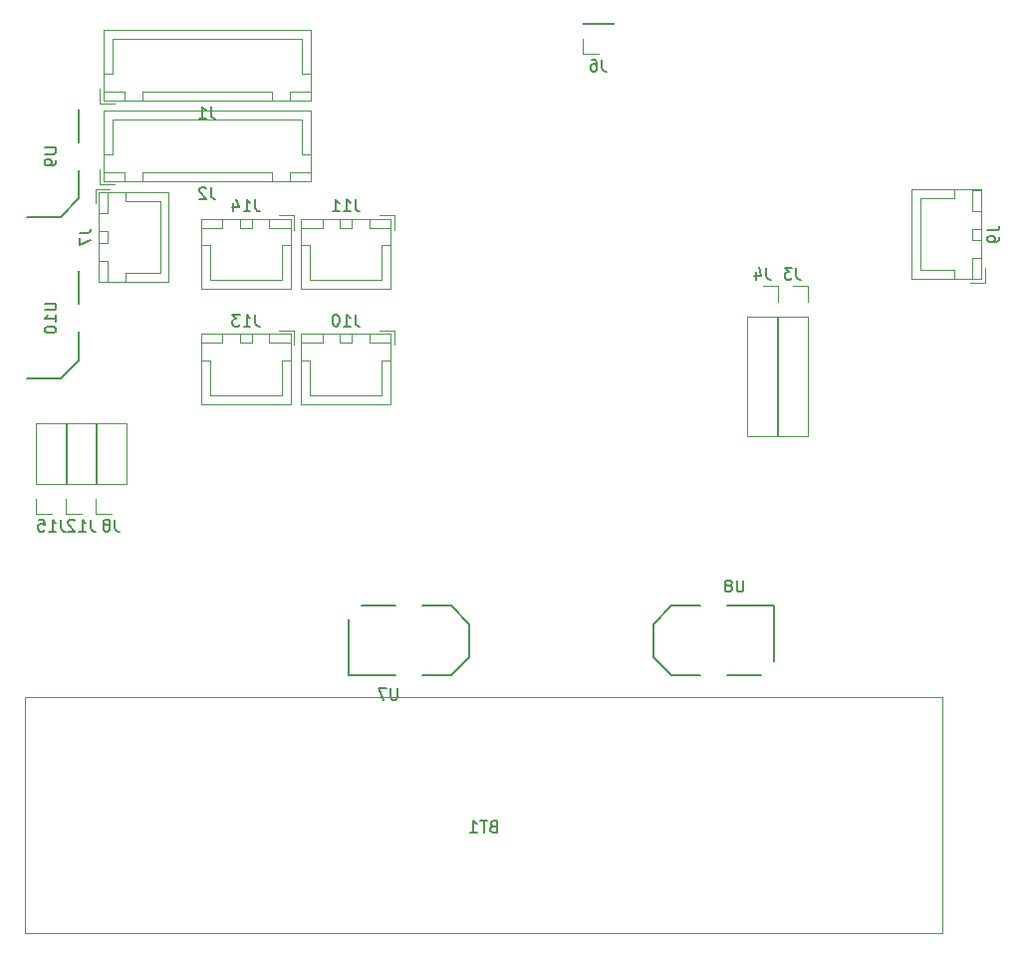
<source format=gbr>
%TF.GenerationSoftware,KiCad,Pcbnew,(5.1.9)-1*%
%TF.CreationDate,2021-03-19T23:07:52+01:00*%
%TF.ProjectId,Sergej_H00,53657267-656a-45f4-9830-302e6b696361,rev?*%
%TF.SameCoordinates,Original*%
%TF.FileFunction,Legend,Bot*%
%TF.FilePolarity,Positive*%
%FSLAX46Y46*%
G04 Gerber Fmt 4.6, Leading zero omitted, Abs format (unit mm)*
G04 Created by KiCad (PCBNEW (5.1.9)-1) date 2021-03-19 23:07:52*
%MOMM*%
%LPD*%
G01*
G04 APERTURE LIST*
%ADD10C,0.120000*%
%ADD11C,0.127000*%
%ADD12C,0.150000*%
G04 APERTURE END LIST*
D10*
%TO.C,J6*%
X47692000Y-24825000D02*
X49022000Y-24825000D01*
X47692000Y-23495000D02*
X47692000Y-24825000D01*
X47692000Y-22225000D02*
X50352000Y-22225000D01*
X50352000Y-22225000D02*
X50352000Y-22165000D01*
X47692000Y-22225000D02*
X47692000Y-22165000D01*
X47692000Y-22165000D02*
X50352000Y-22165000D01*
%TO.C,BT1*%
X78311000Y-79485000D02*
X311000Y-79485000D01*
X311000Y-79485000D02*
X311000Y-99585000D01*
X311000Y-99585000D02*
X78311000Y-99585000D01*
X78311000Y-99585000D02*
X78311000Y-79485000D01*
D11*
%TO.C,U8*%
X63998000Y-76476000D02*
X63998000Y-71726000D01*
X63998000Y-71726000D02*
X60018000Y-71726000D01*
X62848000Y-77626000D02*
X60018000Y-77626000D01*
X57678000Y-77626000D02*
X55248000Y-77626000D01*
X55248000Y-71726000D02*
X57678000Y-71726000D01*
X53698000Y-76076000D02*
X53698000Y-73276000D01*
X55248000Y-77626000D02*
X53698000Y-76076000D01*
X55248000Y-71726000D02*
X53698000Y-73276000D01*
%TO.C,U7*%
X27790000Y-72876000D02*
X27790000Y-77626000D01*
X27790000Y-77626000D02*
X31770000Y-77626000D01*
X28940000Y-71726000D02*
X31770000Y-71726000D01*
X34110000Y-71726000D02*
X36540000Y-71726000D01*
X36540000Y-77626000D02*
X34110000Y-77626000D01*
X38090000Y-73276000D02*
X38090000Y-76076000D01*
X36540000Y-71726000D02*
X38090000Y-73276000D01*
X36540000Y-77626000D02*
X38090000Y-76076000D01*
%TO.C,U10*%
X4850000Y-43250000D02*
X4850000Y-46080000D01*
X4850000Y-48420000D02*
X4850000Y-50850000D01*
X3300000Y-52400000D02*
X500000Y-52400000D01*
X4850000Y-50850000D02*
X3300000Y-52400000D01*
%TO.C,U9*%
X4850000Y-29500000D02*
X4850000Y-32330000D01*
X4850000Y-34670000D02*
X4850000Y-37100000D01*
X3300000Y-38650000D02*
X500000Y-38650000D01*
X4850000Y-37100000D02*
X3300000Y-38650000D01*
D10*
%TO.C,J8*%
X6290000Y-56201000D02*
X8950000Y-56201000D01*
X6290000Y-61341000D02*
X6290000Y-56201000D01*
X8950000Y-61341000D02*
X8950000Y-56201000D01*
X6290000Y-61341000D02*
X8950000Y-61341000D01*
X6290000Y-62611000D02*
X6290000Y-63941000D01*
X6290000Y-63941000D02*
X7620000Y-63941000D01*
%TO.C,J1*%
X6965000Y-28749000D02*
X6965000Y-22779000D01*
X6965000Y-22779000D02*
X24585000Y-22779000D01*
X24585000Y-22779000D02*
X24585000Y-28749000D01*
X24585000Y-28749000D02*
X6965000Y-28749000D01*
X10275000Y-28739000D02*
X10275000Y-27989000D01*
X10275000Y-27989000D02*
X21275000Y-27989000D01*
X21275000Y-27989000D02*
X21275000Y-28739000D01*
X21275000Y-28739000D02*
X10275000Y-28739000D01*
X6975000Y-28739000D02*
X6975000Y-27989000D01*
X6975000Y-27989000D02*
X8775000Y-27989000D01*
X8775000Y-27989000D02*
X8775000Y-28739000D01*
X8775000Y-28739000D02*
X6975000Y-28739000D01*
X22775000Y-28739000D02*
X22775000Y-27989000D01*
X22775000Y-27989000D02*
X24575000Y-27989000D01*
X24575000Y-27989000D02*
X24575000Y-28739000D01*
X24575000Y-28739000D02*
X22775000Y-28739000D01*
X6975000Y-26489000D02*
X7725000Y-26489000D01*
X7725000Y-26489000D02*
X7725000Y-23539000D01*
X7725000Y-23539000D02*
X15775000Y-23539000D01*
X24575000Y-26489000D02*
X23825000Y-26489000D01*
X23825000Y-26489000D02*
X23825000Y-23539000D01*
X23825000Y-23539000D02*
X15775000Y-23539000D01*
X7925000Y-29039000D02*
X6675000Y-29039000D01*
X6675000Y-29039000D02*
X6675000Y-27789000D01*
%TO.C,J4*%
X64322000Y-57337000D02*
X61662000Y-57337000D01*
X64322000Y-47117000D02*
X64322000Y-57337000D01*
X61662000Y-47117000D02*
X61662000Y-57337000D01*
X64322000Y-47117000D02*
X61662000Y-47117000D01*
X64322000Y-45847000D02*
X64322000Y-44517000D01*
X64322000Y-44517000D02*
X62992000Y-44517000D01*
%TO.C,J3*%
X66862000Y-57337000D02*
X64202000Y-57337000D01*
X66862000Y-47117000D02*
X66862000Y-57337000D01*
X64202000Y-47117000D02*
X64202000Y-57337000D01*
X66862000Y-47117000D02*
X64202000Y-47117000D01*
X66862000Y-45847000D02*
X66862000Y-44517000D01*
X66862000Y-44517000D02*
X65532000Y-44517000D01*
%TO.C,J10*%
X31389000Y-48594000D02*
X31389000Y-54564000D01*
X31389000Y-54564000D02*
X23769000Y-54564000D01*
X23769000Y-54564000D02*
X23769000Y-48594000D01*
X23769000Y-48594000D02*
X31389000Y-48594000D01*
X28079000Y-48604000D02*
X28079000Y-49354000D01*
X28079000Y-49354000D02*
X27079000Y-49354000D01*
X27079000Y-49354000D02*
X27079000Y-48604000D01*
X27079000Y-48604000D02*
X28079000Y-48604000D01*
X31379000Y-48604000D02*
X31379000Y-49354000D01*
X31379000Y-49354000D02*
X29579000Y-49354000D01*
X29579000Y-49354000D02*
X29579000Y-48604000D01*
X29579000Y-48604000D02*
X31379000Y-48604000D01*
X25579000Y-48604000D02*
X25579000Y-49354000D01*
X25579000Y-49354000D02*
X23779000Y-49354000D01*
X23779000Y-49354000D02*
X23779000Y-48604000D01*
X23779000Y-48604000D02*
X25579000Y-48604000D01*
X31379000Y-50854000D02*
X30629000Y-50854000D01*
X30629000Y-50854000D02*
X30629000Y-53804000D01*
X30629000Y-53804000D02*
X27579000Y-53804000D01*
X23779000Y-50854000D02*
X24529000Y-50854000D01*
X24529000Y-50854000D02*
X24529000Y-53804000D01*
X24529000Y-53804000D02*
X27579000Y-53804000D01*
X30429000Y-48304000D02*
X31679000Y-48304000D01*
X31679000Y-48304000D02*
X31679000Y-49554000D01*
%TO.C,J13*%
X22880000Y-48594000D02*
X22880000Y-54564000D01*
X22880000Y-54564000D02*
X15260000Y-54564000D01*
X15260000Y-54564000D02*
X15260000Y-48594000D01*
X15260000Y-48594000D02*
X22880000Y-48594000D01*
X19570000Y-48604000D02*
X19570000Y-49354000D01*
X19570000Y-49354000D02*
X18570000Y-49354000D01*
X18570000Y-49354000D02*
X18570000Y-48604000D01*
X18570000Y-48604000D02*
X19570000Y-48604000D01*
X22870000Y-48604000D02*
X22870000Y-49354000D01*
X22870000Y-49354000D02*
X21070000Y-49354000D01*
X21070000Y-49354000D02*
X21070000Y-48604000D01*
X21070000Y-48604000D02*
X22870000Y-48604000D01*
X17070000Y-48604000D02*
X17070000Y-49354000D01*
X17070000Y-49354000D02*
X15270000Y-49354000D01*
X15270000Y-49354000D02*
X15270000Y-48604000D01*
X15270000Y-48604000D02*
X17070000Y-48604000D01*
X22870000Y-50854000D02*
X22120000Y-50854000D01*
X22120000Y-50854000D02*
X22120000Y-53804000D01*
X22120000Y-53804000D02*
X19070000Y-53804000D01*
X15270000Y-50854000D02*
X16020000Y-50854000D01*
X16020000Y-50854000D02*
X16020000Y-53804000D01*
X16020000Y-53804000D02*
X19070000Y-53804000D01*
X21920000Y-48304000D02*
X23170000Y-48304000D01*
X23170000Y-48304000D02*
X23170000Y-49554000D01*
%TO.C,J14*%
X22880000Y-38815000D02*
X22880000Y-44785000D01*
X22880000Y-44785000D02*
X15260000Y-44785000D01*
X15260000Y-44785000D02*
X15260000Y-38815000D01*
X15260000Y-38815000D02*
X22880000Y-38815000D01*
X19570000Y-38825000D02*
X19570000Y-39575000D01*
X19570000Y-39575000D02*
X18570000Y-39575000D01*
X18570000Y-39575000D02*
X18570000Y-38825000D01*
X18570000Y-38825000D02*
X19570000Y-38825000D01*
X22870000Y-38825000D02*
X22870000Y-39575000D01*
X22870000Y-39575000D02*
X21070000Y-39575000D01*
X21070000Y-39575000D02*
X21070000Y-38825000D01*
X21070000Y-38825000D02*
X22870000Y-38825000D01*
X17070000Y-38825000D02*
X17070000Y-39575000D01*
X17070000Y-39575000D02*
X15270000Y-39575000D01*
X15270000Y-39575000D02*
X15270000Y-38825000D01*
X15270000Y-38825000D02*
X17070000Y-38825000D01*
X22870000Y-41075000D02*
X22120000Y-41075000D01*
X22120000Y-41075000D02*
X22120000Y-44025000D01*
X22120000Y-44025000D02*
X19070000Y-44025000D01*
X15270000Y-41075000D02*
X16020000Y-41075000D01*
X16020000Y-41075000D02*
X16020000Y-44025000D01*
X16020000Y-44025000D02*
X19070000Y-44025000D01*
X21920000Y-38525000D02*
X23170000Y-38525000D01*
X23170000Y-38525000D02*
X23170000Y-39775000D01*
%TO.C,J15*%
X1210000Y-56201000D02*
X3870000Y-56201000D01*
X1210000Y-61341000D02*
X1210000Y-56201000D01*
X3870000Y-61341000D02*
X3870000Y-56201000D01*
X1210000Y-61341000D02*
X3870000Y-61341000D01*
X1210000Y-62611000D02*
X1210000Y-63941000D01*
X1210000Y-63941000D02*
X2540000Y-63941000D01*
%TO.C,J11*%
X31389000Y-38815000D02*
X31389000Y-44785000D01*
X31389000Y-44785000D02*
X23769000Y-44785000D01*
X23769000Y-44785000D02*
X23769000Y-38815000D01*
X23769000Y-38815000D02*
X31389000Y-38815000D01*
X28079000Y-38825000D02*
X28079000Y-39575000D01*
X28079000Y-39575000D02*
X27079000Y-39575000D01*
X27079000Y-39575000D02*
X27079000Y-38825000D01*
X27079000Y-38825000D02*
X28079000Y-38825000D01*
X31379000Y-38825000D02*
X31379000Y-39575000D01*
X31379000Y-39575000D02*
X29579000Y-39575000D01*
X29579000Y-39575000D02*
X29579000Y-38825000D01*
X29579000Y-38825000D02*
X31379000Y-38825000D01*
X25579000Y-38825000D02*
X25579000Y-39575000D01*
X25579000Y-39575000D02*
X23779000Y-39575000D01*
X23779000Y-39575000D02*
X23779000Y-38825000D01*
X23779000Y-38825000D02*
X25579000Y-38825000D01*
X31379000Y-41075000D02*
X30629000Y-41075000D01*
X30629000Y-41075000D02*
X30629000Y-44025000D01*
X30629000Y-44025000D02*
X27579000Y-44025000D01*
X23779000Y-41075000D02*
X24529000Y-41075000D01*
X24529000Y-41075000D02*
X24529000Y-44025000D01*
X24529000Y-44025000D02*
X27579000Y-44025000D01*
X30429000Y-38525000D02*
X31679000Y-38525000D01*
X31679000Y-38525000D02*
X31679000Y-39775000D01*
%TO.C,J9*%
X81581000Y-43962000D02*
X75611000Y-43962000D01*
X75611000Y-43962000D02*
X75611000Y-36342000D01*
X75611000Y-36342000D02*
X81581000Y-36342000D01*
X81581000Y-36342000D02*
X81581000Y-43962000D01*
X81571000Y-40652000D02*
X80821000Y-40652000D01*
X80821000Y-40652000D02*
X80821000Y-39652000D01*
X80821000Y-39652000D02*
X81571000Y-39652000D01*
X81571000Y-39652000D02*
X81571000Y-40652000D01*
X81571000Y-43952000D02*
X80821000Y-43952000D01*
X80821000Y-43952000D02*
X80821000Y-42152000D01*
X80821000Y-42152000D02*
X81571000Y-42152000D01*
X81571000Y-42152000D02*
X81571000Y-43952000D01*
X81571000Y-38152000D02*
X80821000Y-38152000D01*
X80821000Y-38152000D02*
X80821000Y-36352000D01*
X80821000Y-36352000D02*
X81571000Y-36352000D01*
X81571000Y-36352000D02*
X81571000Y-38152000D01*
X79321000Y-43952000D02*
X79321000Y-43202000D01*
X79321000Y-43202000D02*
X76371000Y-43202000D01*
X76371000Y-43202000D02*
X76371000Y-40152000D01*
X79321000Y-36352000D02*
X79321000Y-37102000D01*
X79321000Y-37102000D02*
X76371000Y-37102000D01*
X76371000Y-37102000D02*
X76371000Y-40152000D01*
X81871000Y-43002000D02*
X81871000Y-44252000D01*
X81871000Y-44252000D02*
X80621000Y-44252000D01*
%TO.C,J12*%
X3750000Y-56201000D02*
X6410000Y-56201000D01*
X3750000Y-61341000D02*
X3750000Y-56201000D01*
X6410000Y-61341000D02*
X6410000Y-56201000D01*
X3750000Y-61341000D02*
X6410000Y-61341000D01*
X3750000Y-62611000D02*
X3750000Y-63941000D01*
X3750000Y-63941000D02*
X5080000Y-63941000D01*
%TO.C,J2*%
X6974500Y-35607000D02*
X6974500Y-29637000D01*
X6974500Y-29637000D02*
X24594500Y-29637000D01*
X24594500Y-29637000D02*
X24594500Y-35607000D01*
X24594500Y-35607000D02*
X6974500Y-35607000D01*
X10284500Y-35597000D02*
X10284500Y-34847000D01*
X10284500Y-34847000D02*
X21284500Y-34847000D01*
X21284500Y-34847000D02*
X21284500Y-35597000D01*
X21284500Y-35597000D02*
X10284500Y-35597000D01*
X6984500Y-35597000D02*
X6984500Y-34847000D01*
X6984500Y-34847000D02*
X8784500Y-34847000D01*
X8784500Y-34847000D02*
X8784500Y-35597000D01*
X8784500Y-35597000D02*
X6984500Y-35597000D01*
X22784500Y-35597000D02*
X22784500Y-34847000D01*
X22784500Y-34847000D02*
X24584500Y-34847000D01*
X24584500Y-34847000D02*
X24584500Y-35597000D01*
X24584500Y-35597000D02*
X22784500Y-35597000D01*
X6984500Y-33347000D02*
X7734500Y-33347000D01*
X7734500Y-33347000D02*
X7734500Y-30397000D01*
X7734500Y-30397000D02*
X15784500Y-30397000D01*
X24584500Y-33347000D02*
X23834500Y-33347000D01*
X23834500Y-33347000D02*
X23834500Y-30397000D01*
X23834500Y-30397000D02*
X15784500Y-30397000D01*
X7934500Y-35897000D02*
X6684500Y-35897000D01*
X6684500Y-35897000D02*
X6684500Y-34647000D01*
%TO.C,J7*%
X6557000Y-36556000D02*
X12527000Y-36556000D01*
X12527000Y-36556000D02*
X12527000Y-44176000D01*
X12527000Y-44176000D02*
X6557000Y-44176000D01*
X6557000Y-44176000D02*
X6557000Y-36556000D01*
X6567000Y-39866000D02*
X7317000Y-39866000D01*
X7317000Y-39866000D02*
X7317000Y-40866000D01*
X7317000Y-40866000D02*
X6567000Y-40866000D01*
X6567000Y-40866000D02*
X6567000Y-39866000D01*
X6567000Y-36566000D02*
X7317000Y-36566000D01*
X7317000Y-36566000D02*
X7317000Y-38366000D01*
X7317000Y-38366000D02*
X6567000Y-38366000D01*
X6567000Y-38366000D02*
X6567000Y-36566000D01*
X6567000Y-42366000D02*
X7317000Y-42366000D01*
X7317000Y-42366000D02*
X7317000Y-44166000D01*
X7317000Y-44166000D02*
X6567000Y-44166000D01*
X6567000Y-44166000D02*
X6567000Y-42366000D01*
X8817000Y-36566000D02*
X8817000Y-37316000D01*
X8817000Y-37316000D02*
X11767000Y-37316000D01*
X11767000Y-37316000D02*
X11767000Y-40366000D01*
X8817000Y-44166000D02*
X8817000Y-43416000D01*
X8817000Y-43416000D02*
X11767000Y-43416000D01*
X11767000Y-43416000D02*
X11767000Y-40366000D01*
X6267000Y-37516000D02*
X6267000Y-36266000D01*
X6267000Y-36266000D02*
X7517000Y-36266000D01*
%TO.C,J6*%
D12*
X49355333Y-25277380D02*
X49355333Y-25991666D01*
X49402952Y-26134523D01*
X49498190Y-26229761D01*
X49641047Y-26277380D01*
X49736285Y-26277380D01*
X48450571Y-25277380D02*
X48641047Y-25277380D01*
X48736285Y-25325000D01*
X48783904Y-25372619D01*
X48879142Y-25515476D01*
X48926761Y-25705952D01*
X48926761Y-26086904D01*
X48879142Y-26182142D01*
X48831523Y-26229761D01*
X48736285Y-26277380D01*
X48545809Y-26277380D01*
X48450571Y-26229761D01*
X48402952Y-26182142D01*
X48355333Y-26086904D01*
X48355333Y-25848809D01*
X48402952Y-25753571D01*
X48450571Y-25705952D01*
X48545809Y-25658333D01*
X48736285Y-25658333D01*
X48831523Y-25705952D01*
X48879142Y-25753571D01*
X48926761Y-25848809D01*
%TO.C,BT1*%
X40096714Y-90463571D02*
X39953857Y-90511190D01*
X39906238Y-90558809D01*
X39858619Y-90654047D01*
X39858619Y-90796904D01*
X39906238Y-90892142D01*
X39953857Y-90939761D01*
X40049095Y-90987380D01*
X40430047Y-90987380D01*
X40430047Y-89987380D01*
X40096714Y-89987380D01*
X40001476Y-90035000D01*
X39953857Y-90082619D01*
X39906238Y-90177857D01*
X39906238Y-90273095D01*
X39953857Y-90368333D01*
X40001476Y-90415952D01*
X40096714Y-90463571D01*
X40430047Y-90463571D01*
X39572904Y-89987380D02*
X39001476Y-89987380D01*
X39287190Y-90987380D02*
X39287190Y-89987380D01*
X38144333Y-90987380D02*
X38715761Y-90987380D01*
X38430047Y-90987380D02*
X38430047Y-89987380D01*
X38525285Y-90130238D01*
X38620523Y-90225476D01*
X38715761Y-90273095D01*
%TO.C,U8*%
D11*
X61373454Y-69553620D02*
X61373454Y-70363144D01*
X61325835Y-70458382D01*
X61278216Y-70506001D01*
X61182978Y-70553620D01*
X60992502Y-70553620D01*
X60897264Y-70506001D01*
X60849645Y-70458382D01*
X60802026Y-70363144D01*
X60802026Y-69553620D01*
X60182978Y-69982192D02*
X60278216Y-69934573D01*
X60325835Y-69886954D01*
X60373454Y-69791716D01*
X60373454Y-69744097D01*
X60325835Y-69648859D01*
X60278216Y-69601240D01*
X60182978Y-69553620D01*
X59992502Y-69553620D01*
X59897264Y-69601240D01*
X59849645Y-69648859D01*
X59802026Y-69744097D01*
X59802026Y-69791716D01*
X59849645Y-69886954D01*
X59897264Y-69934573D01*
X59992502Y-69982192D01*
X60182978Y-69982192D01*
X60278216Y-70029811D01*
X60325835Y-70077430D01*
X60373454Y-70172668D01*
X60373454Y-70363144D01*
X60325835Y-70458382D01*
X60278216Y-70506001D01*
X60182978Y-70553620D01*
X59992502Y-70553620D01*
X59897264Y-70506001D01*
X59849645Y-70458382D01*
X59802026Y-70363144D01*
X59802026Y-70172668D01*
X59849645Y-70077430D01*
X59897264Y-70029811D01*
X59992502Y-69982192D01*
%TO.C,U7*%
X31938354Y-78703140D02*
X31938354Y-79512664D01*
X31890735Y-79607902D01*
X31843116Y-79655521D01*
X31747878Y-79703140D01*
X31557402Y-79703140D01*
X31462164Y-79655521D01*
X31414545Y-79607902D01*
X31366926Y-79512664D01*
X31366926Y-78703140D01*
X30985973Y-78703140D02*
X30319307Y-78703140D01*
X30747878Y-79703140D01*
%TO.C,U10*%
X1952380Y-46011904D02*
X2761904Y-46011904D01*
X2857142Y-46059523D01*
X2904761Y-46107142D01*
X2952380Y-46202380D01*
X2952380Y-46392857D01*
X2904761Y-46488095D01*
X2857142Y-46535714D01*
X2761904Y-46583333D01*
X1952380Y-46583333D01*
X2952380Y-47583333D02*
X2952380Y-47011904D01*
X2952380Y-47297619D02*
X1952380Y-47297619D01*
X2095238Y-47202380D01*
X2190476Y-47107142D01*
X2238095Y-47011904D01*
X1952380Y-48202380D02*
X1952380Y-48297619D01*
X2000000Y-48392857D01*
X2047619Y-48440476D01*
X2142857Y-48488095D01*
X2333333Y-48535714D01*
X2571428Y-48535714D01*
X2761904Y-48488095D01*
X2857142Y-48440476D01*
X2904761Y-48392857D01*
X2952380Y-48297619D01*
X2952380Y-48202380D01*
X2904761Y-48107142D01*
X2857142Y-48059523D01*
X2761904Y-48011904D01*
X2571428Y-47964285D01*
X2333333Y-47964285D01*
X2142857Y-48011904D01*
X2047619Y-48059523D01*
X2000000Y-48107142D01*
X1952380Y-48202380D01*
%TO.C,U9*%
X1952380Y-32738095D02*
X2761904Y-32738095D01*
X2857142Y-32785714D01*
X2904761Y-32833333D01*
X2952380Y-32928571D01*
X2952380Y-33119047D01*
X2904761Y-33214285D01*
X2857142Y-33261904D01*
X2761904Y-33309523D01*
X1952380Y-33309523D01*
X2952380Y-33833333D02*
X2952380Y-34023809D01*
X2904761Y-34119047D01*
X2857142Y-34166666D01*
X2714285Y-34261904D01*
X2523809Y-34309523D01*
X2142857Y-34309523D01*
X2047619Y-34261904D01*
X2000000Y-34214285D01*
X1952380Y-34119047D01*
X1952380Y-33928571D01*
X2000000Y-33833333D01*
X2047619Y-33785714D01*
X2142857Y-33738095D01*
X2380952Y-33738095D01*
X2476190Y-33785714D01*
X2523809Y-33833333D01*
X2571428Y-33928571D01*
X2571428Y-34119047D01*
X2523809Y-34214285D01*
X2476190Y-34261904D01*
X2380952Y-34309523D01*
%TO.C,J8*%
D12*
X7953333Y-64393380D02*
X7953333Y-65107666D01*
X8000952Y-65250523D01*
X8096190Y-65345761D01*
X8239047Y-65393380D01*
X8334285Y-65393380D01*
X7334285Y-64821952D02*
X7429523Y-64774333D01*
X7477142Y-64726714D01*
X7524761Y-64631476D01*
X7524761Y-64583857D01*
X7477142Y-64488619D01*
X7429523Y-64441000D01*
X7334285Y-64393380D01*
X7143809Y-64393380D01*
X7048571Y-64441000D01*
X7000952Y-64488619D01*
X6953333Y-64583857D01*
X6953333Y-64631476D01*
X7000952Y-64726714D01*
X7048571Y-64774333D01*
X7143809Y-64821952D01*
X7334285Y-64821952D01*
X7429523Y-64869571D01*
X7477142Y-64917190D01*
X7524761Y-65012428D01*
X7524761Y-65202904D01*
X7477142Y-65298142D01*
X7429523Y-65345761D01*
X7334285Y-65393380D01*
X7143809Y-65393380D01*
X7048571Y-65345761D01*
X7000952Y-65298142D01*
X6953333Y-65202904D01*
X6953333Y-65012428D01*
X7000952Y-64917190D01*
X7048571Y-64869571D01*
X7143809Y-64821952D01*
%TO.C,J1*%
X16108333Y-29291380D02*
X16108333Y-30005666D01*
X16155952Y-30148523D01*
X16251190Y-30243761D01*
X16394047Y-30291380D01*
X16489285Y-30291380D01*
X15108333Y-30291380D02*
X15679761Y-30291380D01*
X15394047Y-30291380D02*
X15394047Y-29291380D01*
X15489285Y-29434238D01*
X15584523Y-29529476D01*
X15679761Y-29577095D01*
%TO.C,J4*%
X63325333Y-42969380D02*
X63325333Y-43683666D01*
X63372952Y-43826523D01*
X63468190Y-43921761D01*
X63611047Y-43969380D01*
X63706285Y-43969380D01*
X62420571Y-43302714D02*
X62420571Y-43969380D01*
X62658666Y-42921761D02*
X62896761Y-43636047D01*
X62277714Y-43636047D01*
%TO.C,J3*%
X65865333Y-42969380D02*
X65865333Y-43683666D01*
X65912952Y-43826523D01*
X66008190Y-43921761D01*
X66151047Y-43969380D01*
X66246285Y-43969380D01*
X65484380Y-42969380D02*
X64865333Y-42969380D01*
X65198666Y-43350333D01*
X65055809Y-43350333D01*
X64960571Y-43397952D01*
X64912952Y-43445571D01*
X64865333Y-43540809D01*
X64865333Y-43778904D01*
X64912952Y-43874142D01*
X64960571Y-43921761D01*
X65055809Y-43969380D01*
X65341523Y-43969380D01*
X65436761Y-43921761D01*
X65484380Y-43874142D01*
%TO.C,J10*%
X28388523Y-46956380D02*
X28388523Y-47670666D01*
X28436142Y-47813523D01*
X28531380Y-47908761D01*
X28674238Y-47956380D01*
X28769476Y-47956380D01*
X27388523Y-47956380D02*
X27959952Y-47956380D01*
X27674238Y-47956380D02*
X27674238Y-46956380D01*
X27769476Y-47099238D01*
X27864714Y-47194476D01*
X27959952Y-47242095D01*
X26769476Y-46956380D02*
X26674238Y-46956380D01*
X26579000Y-47004000D01*
X26531380Y-47051619D01*
X26483761Y-47146857D01*
X26436142Y-47337333D01*
X26436142Y-47575428D01*
X26483761Y-47765904D01*
X26531380Y-47861142D01*
X26579000Y-47908761D01*
X26674238Y-47956380D01*
X26769476Y-47956380D01*
X26864714Y-47908761D01*
X26912333Y-47861142D01*
X26959952Y-47765904D01*
X27007571Y-47575428D01*
X27007571Y-47337333D01*
X26959952Y-47146857D01*
X26912333Y-47051619D01*
X26864714Y-47004000D01*
X26769476Y-46956380D01*
%TO.C,J13*%
X19879523Y-46956380D02*
X19879523Y-47670666D01*
X19927142Y-47813523D01*
X20022380Y-47908761D01*
X20165238Y-47956380D01*
X20260476Y-47956380D01*
X18879523Y-47956380D02*
X19450952Y-47956380D01*
X19165238Y-47956380D02*
X19165238Y-46956380D01*
X19260476Y-47099238D01*
X19355714Y-47194476D01*
X19450952Y-47242095D01*
X18546190Y-46956380D02*
X17927142Y-46956380D01*
X18260476Y-47337333D01*
X18117619Y-47337333D01*
X18022380Y-47384952D01*
X17974761Y-47432571D01*
X17927142Y-47527809D01*
X17927142Y-47765904D01*
X17974761Y-47861142D01*
X18022380Y-47908761D01*
X18117619Y-47956380D01*
X18403333Y-47956380D01*
X18498571Y-47908761D01*
X18546190Y-47861142D01*
%TO.C,J14*%
X19879523Y-37177380D02*
X19879523Y-37891666D01*
X19927142Y-38034523D01*
X20022380Y-38129761D01*
X20165238Y-38177380D01*
X20260476Y-38177380D01*
X18879523Y-38177380D02*
X19450952Y-38177380D01*
X19165238Y-38177380D02*
X19165238Y-37177380D01*
X19260476Y-37320238D01*
X19355714Y-37415476D01*
X19450952Y-37463095D01*
X18022380Y-37510714D02*
X18022380Y-38177380D01*
X18260476Y-37129761D02*
X18498571Y-37844047D01*
X17879523Y-37844047D01*
%TO.C,J15*%
X3349523Y-64393380D02*
X3349523Y-65107666D01*
X3397142Y-65250523D01*
X3492380Y-65345761D01*
X3635238Y-65393380D01*
X3730476Y-65393380D01*
X2349523Y-65393380D02*
X2920952Y-65393380D01*
X2635238Y-65393380D02*
X2635238Y-64393380D01*
X2730476Y-64536238D01*
X2825714Y-64631476D01*
X2920952Y-64679095D01*
X1444761Y-64393380D02*
X1920952Y-64393380D01*
X1968571Y-64869571D01*
X1920952Y-64821952D01*
X1825714Y-64774333D01*
X1587619Y-64774333D01*
X1492380Y-64821952D01*
X1444761Y-64869571D01*
X1397142Y-64964809D01*
X1397142Y-65202904D01*
X1444761Y-65298142D01*
X1492380Y-65345761D01*
X1587619Y-65393380D01*
X1825714Y-65393380D01*
X1920952Y-65345761D01*
X1968571Y-65298142D01*
%TO.C,J11*%
X28388523Y-37177380D02*
X28388523Y-37891666D01*
X28436142Y-38034523D01*
X28531380Y-38129761D01*
X28674238Y-38177380D01*
X28769476Y-38177380D01*
X27388523Y-38177380D02*
X27959952Y-38177380D01*
X27674238Y-38177380D02*
X27674238Y-37177380D01*
X27769476Y-37320238D01*
X27864714Y-37415476D01*
X27959952Y-37463095D01*
X26436142Y-38177380D02*
X27007571Y-38177380D01*
X26721857Y-38177380D02*
X26721857Y-37177380D01*
X26817095Y-37320238D01*
X26912333Y-37415476D01*
X27007571Y-37463095D01*
%TO.C,J9*%
X82123380Y-39818666D02*
X82837666Y-39818666D01*
X82980523Y-39771047D01*
X83075761Y-39675809D01*
X83123380Y-39532952D01*
X83123380Y-39437714D01*
X83123380Y-40342476D02*
X83123380Y-40532952D01*
X83075761Y-40628190D01*
X83028142Y-40675809D01*
X82885285Y-40771047D01*
X82694809Y-40818666D01*
X82313857Y-40818666D01*
X82218619Y-40771047D01*
X82171000Y-40723428D01*
X82123380Y-40628190D01*
X82123380Y-40437714D01*
X82171000Y-40342476D01*
X82218619Y-40294857D01*
X82313857Y-40247238D01*
X82551952Y-40247238D01*
X82647190Y-40294857D01*
X82694809Y-40342476D01*
X82742428Y-40437714D01*
X82742428Y-40628190D01*
X82694809Y-40723428D01*
X82647190Y-40771047D01*
X82551952Y-40818666D01*
%TO.C,J12*%
X5889523Y-64393380D02*
X5889523Y-65107666D01*
X5937142Y-65250523D01*
X6032380Y-65345761D01*
X6175238Y-65393380D01*
X6270476Y-65393380D01*
X4889523Y-65393380D02*
X5460952Y-65393380D01*
X5175238Y-65393380D02*
X5175238Y-64393380D01*
X5270476Y-64536238D01*
X5365714Y-64631476D01*
X5460952Y-64679095D01*
X4508571Y-64488619D02*
X4460952Y-64441000D01*
X4365714Y-64393380D01*
X4127619Y-64393380D01*
X4032380Y-64441000D01*
X3984761Y-64488619D01*
X3937142Y-64583857D01*
X3937142Y-64679095D01*
X3984761Y-64821952D01*
X4556190Y-65393380D01*
X3937142Y-65393380D01*
%TO.C,J2*%
X16117833Y-36149380D02*
X16117833Y-36863666D01*
X16165452Y-37006523D01*
X16260690Y-37101761D01*
X16403547Y-37149380D01*
X16498785Y-37149380D01*
X15689261Y-36244619D02*
X15641642Y-36197000D01*
X15546404Y-36149380D01*
X15308309Y-36149380D01*
X15213071Y-36197000D01*
X15165452Y-36244619D01*
X15117833Y-36339857D01*
X15117833Y-36435095D01*
X15165452Y-36577952D01*
X15736880Y-37149380D01*
X15117833Y-37149380D01*
%TO.C,J7*%
X4919380Y-40032666D02*
X5633666Y-40032666D01*
X5776523Y-39985047D01*
X5871761Y-39889809D01*
X5919380Y-39746952D01*
X5919380Y-39651714D01*
X4919380Y-40413619D02*
X4919380Y-41080285D01*
X5919380Y-40651714D01*
%TD*%
M02*

</source>
